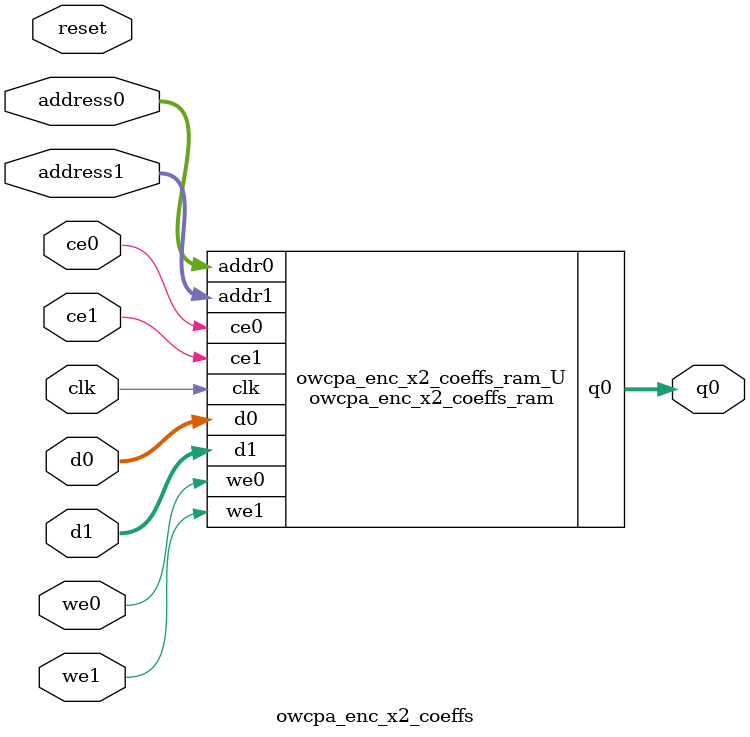
<source format=v>
`timescale 1 ns / 1 ps
module owcpa_enc_x2_coeffs_ram (addr0, ce0, d0, we0, q0, addr1, ce1, d1, we1,  clk);

parameter DWIDTH = 16;
parameter AWIDTH = 10;
parameter MEM_SIZE = 821;

input[AWIDTH-1:0] addr0;
input ce0;
input[DWIDTH-1:0] d0;
input we0;
output reg[DWIDTH-1:0] q0;
input[AWIDTH-1:0] addr1;
input ce1;
input[DWIDTH-1:0] d1;
input we1;
input clk;

(* ram_style = "block" *)reg [DWIDTH-1:0] ram[0:MEM_SIZE-1];




always @(posedge clk)  
begin 
    if (ce0) 
    begin
        if (we0) 
        begin 
            ram[addr0] <= d0; 
        end 
        q0 <= ram[addr0];
    end
end


always @(posedge clk)  
begin 
    if (ce1) 
    begin
        if (we1) 
        begin 
            ram[addr1] <= d1; 
        end 
    end
end


endmodule

`timescale 1 ns / 1 ps
module owcpa_enc_x2_coeffs(
    reset,
    clk,
    address0,
    ce0,
    we0,
    d0,
    q0,
    address1,
    ce1,
    we1,
    d1);

parameter DataWidth = 32'd16;
parameter AddressRange = 32'd821;
parameter AddressWidth = 32'd10;
input reset;
input clk;
input[AddressWidth - 1:0] address0;
input ce0;
input we0;
input[DataWidth - 1:0] d0;
output[DataWidth - 1:0] q0;
input[AddressWidth - 1:0] address1;
input ce1;
input we1;
input[DataWidth - 1:0] d1;



owcpa_enc_x2_coeffs_ram owcpa_enc_x2_coeffs_ram_U(
    .clk( clk ),
    .addr0( address0 ),
    .ce0( ce0 ),
    .we0( we0 ),
    .d0( d0 ),
    .q0( q0 ),
    .addr1( address1 ),
    .ce1( ce1 ),
    .we1( we1 ),
    .d1( d1 ));

endmodule


</source>
